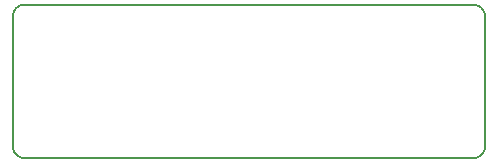
<source format=gm1>
G04 #@! TF.GenerationSoftware,KiCad,Pcbnew,(5.1.9)-1*
G04 #@! TF.CreationDate,2021-05-04T20:43:57+10:00*
G04 #@! TF.ProjectId,microBoSL,6d696372-6f42-46f5-934c-2e6b69636164,0.2.0*
G04 #@! TF.SameCoordinates,Original*
G04 #@! TF.FileFunction,Profile,NP*
%FSLAX46Y46*%
G04 Gerber Fmt 4.6, Leading zero omitted, Abs format (unit mm)*
G04 Created by KiCad (PCBNEW (5.1.9)-1) date 2021-05-04 20:43:57*
%MOMM*%
%LPD*%
G01*
G04 APERTURE LIST*
G04 #@! TA.AperFunction,Profile*
%ADD10C,0.150000*%
G04 #@! TD*
G04 APERTURE END LIST*
D10*
X140000000Y-114000000D02*
G75*
G02*
X139000000Y-115000000I-1000000J0D01*
G01*
X101000000Y-115000000D02*
G75*
G02*
X100000000Y-114000000I0J1000000D01*
G01*
X100000000Y-103000000D02*
G75*
G02*
X101000000Y-102000000I1000000J0D01*
G01*
X139000000Y-102000000D02*
G75*
G02*
X140000000Y-103000000I0J-1000000D01*
G01*
X139000000Y-102000000D02*
X101000000Y-102000000D01*
X140000000Y-114000000D02*
X140000000Y-103000000D01*
X101000000Y-115000000D02*
X139000000Y-115000000D01*
X100000000Y-103000000D02*
X100000000Y-114000000D01*
M02*

</source>
